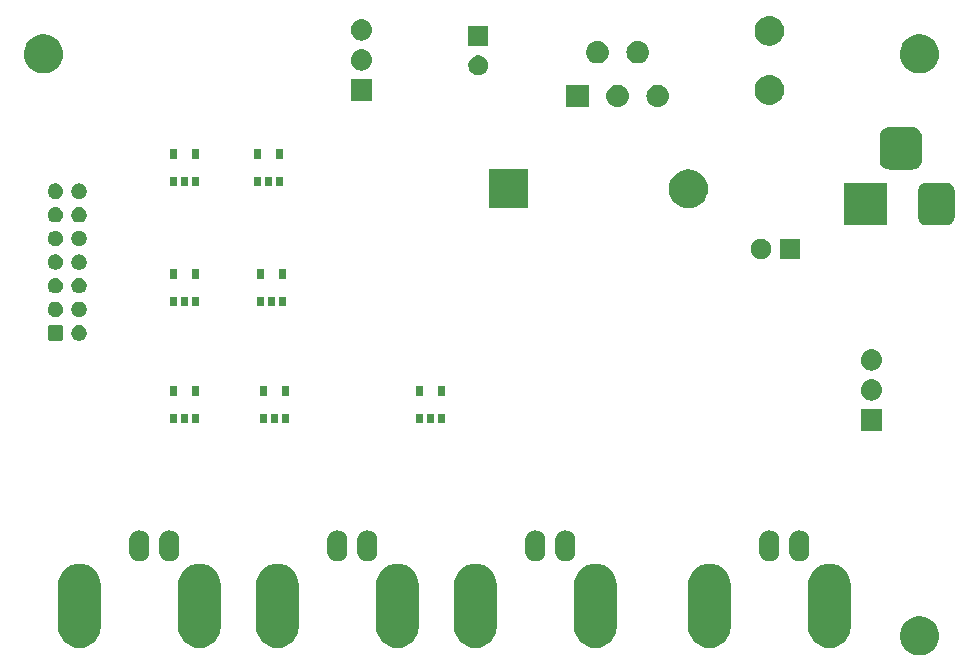
<source format=gbr>
G04 #@! TF.GenerationSoftware,KiCad,Pcbnew,5.0.2-bee76a0~70~ubuntu18.04.1*
G04 #@! TF.CreationDate,2019-01-20T23:04:17+00:00*
G04 #@! TF.ProjectId,Lcr_addon,4c63725f-6164-4646-9f6e-2e6b69636164,rev?*
G04 #@! TF.SameCoordinates,Original*
G04 #@! TF.FileFunction,Soldermask,Top*
G04 #@! TF.FilePolarity,Negative*
%FSLAX46Y46*%
G04 Gerber Fmt 4.6, Leading zero omitted, Abs format (unit mm)*
G04 Created by KiCad (PCBNEW 5.0.2-bee76a0~70~ubuntu18.04.1) date Sun 20 Jan 2019 23:04:17 GMT*
%MOMM*%
%LPD*%
G01*
G04 APERTURE LIST*
%ADD10C,0.100000*%
G04 APERTURE END LIST*
D10*
G36*
X116707256Y-104563298D02*
X116813579Y-104584447D01*
X117114042Y-104708903D01*
X117380852Y-104887180D01*
X117384454Y-104889587D01*
X117614413Y-105119546D01*
X117795098Y-105389960D01*
X117919553Y-105690422D01*
X117983000Y-106009389D01*
X117983000Y-106334611D01*
X117919553Y-106653578D01*
X117795098Y-106954040D01*
X117614413Y-107224454D01*
X117384454Y-107454413D01*
X117384451Y-107454415D01*
X117114042Y-107635097D01*
X116813579Y-107759553D01*
X116707256Y-107780702D01*
X116494611Y-107823000D01*
X116169389Y-107823000D01*
X115956744Y-107780702D01*
X115850421Y-107759553D01*
X115549958Y-107635097D01*
X115279549Y-107454415D01*
X115279546Y-107454413D01*
X115049587Y-107224454D01*
X114868902Y-106954040D01*
X114744447Y-106653578D01*
X114681000Y-106334611D01*
X114681000Y-106009389D01*
X114744447Y-105690422D01*
X114868902Y-105389960D01*
X115049587Y-105119546D01*
X115279546Y-104889587D01*
X115283148Y-104887180D01*
X115549958Y-104708903D01*
X115850421Y-104584447D01*
X115956744Y-104563298D01*
X116169389Y-104521000D01*
X116494611Y-104521000D01*
X116707256Y-104563298D01*
X116707256Y-104563298D01*
G37*
G36*
X45565058Y-100107059D02*
X45791385Y-100175714D01*
X45904549Y-100210042D01*
X46217425Y-100377279D01*
X46491661Y-100602339D01*
X46716721Y-100876575D01*
X46883958Y-101189451D01*
X46883958Y-101189452D01*
X46986941Y-101528942D01*
X47013000Y-101793525D01*
X47013000Y-105470475D01*
X46986941Y-105735058D01*
X46918286Y-105961385D01*
X46883958Y-106074549D01*
X46716721Y-106387425D01*
X46491661Y-106661661D01*
X46217425Y-106886721D01*
X45904548Y-107053958D01*
X45791384Y-107088286D01*
X45565057Y-107156941D01*
X45212000Y-107191714D01*
X44858942Y-107156941D01*
X44632615Y-107088286D01*
X44519451Y-107053958D01*
X44206575Y-106886721D01*
X43932339Y-106661661D01*
X43707279Y-106387425D01*
X43540042Y-106074548D01*
X43505714Y-105961384D01*
X43437059Y-105735057D01*
X43411000Y-105470474D01*
X43411001Y-101793525D01*
X43437060Y-101528942D01*
X43540043Y-101189452D01*
X43540043Y-101189451D01*
X43707280Y-100876575D01*
X43932340Y-100602339D01*
X44206576Y-100377279D01*
X44519452Y-100210042D01*
X44632616Y-100175714D01*
X44858943Y-100107059D01*
X45212000Y-100072286D01*
X45565058Y-100107059D01*
X45565058Y-100107059D01*
G37*
G36*
X98905058Y-100107059D02*
X99131385Y-100175714D01*
X99244549Y-100210042D01*
X99557425Y-100377279D01*
X99831661Y-100602339D01*
X100056721Y-100876575D01*
X100223958Y-101189451D01*
X100223958Y-101189452D01*
X100326941Y-101528942D01*
X100353000Y-101793525D01*
X100353000Y-105470475D01*
X100326941Y-105735058D01*
X100258286Y-105961385D01*
X100223958Y-106074549D01*
X100056721Y-106387425D01*
X99831661Y-106661661D01*
X99557425Y-106886721D01*
X99244548Y-107053958D01*
X99131384Y-107088286D01*
X98905057Y-107156941D01*
X98552000Y-107191714D01*
X98198942Y-107156941D01*
X97972615Y-107088286D01*
X97859451Y-107053958D01*
X97546575Y-106886721D01*
X97272339Y-106661661D01*
X97047279Y-106387425D01*
X96880042Y-106074548D01*
X96845714Y-105961384D01*
X96777059Y-105735057D01*
X96751000Y-105470474D01*
X96751001Y-101793525D01*
X96777060Y-101528942D01*
X96880043Y-101189452D01*
X96880043Y-101189451D01*
X97047280Y-100876575D01*
X97272340Y-100602339D01*
X97546576Y-100377279D01*
X97859452Y-100210042D01*
X97972616Y-100175714D01*
X98198943Y-100107059D01*
X98552000Y-100072286D01*
X98905058Y-100107059D01*
X98905058Y-100107059D01*
G37*
G36*
X109065058Y-100107059D02*
X109291385Y-100175714D01*
X109404549Y-100210042D01*
X109717425Y-100377279D01*
X109991661Y-100602339D01*
X110216721Y-100876575D01*
X110383958Y-101189451D01*
X110383958Y-101189452D01*
X110486941Y-101528942D01*
X110513000Y-101793525D01*
X110513000Y-105470475D01*
X110486941Y-105735058D01*
X110418286Y-105961385D01*
X110383958Y-106074549D01*
X110216721Y-106387425D01*
X109991661Y-106661661D01*
X109717425Y-106886721D01*
X109404548Y-107053958D01*
X109291384Y-107088286D01*
X109065057Y-107156941D01*
X108712000Y-107191714D01*
X108358942Y-107156941D01*
X108132615Y-107088286D01*
X108019451Y-107053958D01*
X107706575Y-106886721D01*
X107432339Y-106661661D01*
X107207279Y-106387425D01*
X107040042Y-106074548D01*
X107005714Y-105961384D01*
X106937059Y-105735057D01*
X106911000Y-105470474D01*
X106911001Y-101793525D01*
X106937060Y-101528942D01*
X107040043Y-101189452D01*
X107040043Y-101189451D01*
X107207280Y-100876575D01*
X107432340Y-100602339D01*
X107706576Y-100377279D01*
X108019452Y-100210042D01*
X108132616Y-100175714D01*
X108358943Y-100107059D01*
X108712000Y-100072286D01*
X109065058Y-100107059D01*
X109065058Y-100107059D01*
G37*
G36*
X62329058Y-100107059D02*
X62555385Y-100175714D01*
X62668549Y-100210042D01*
X62981425Y-100377279D01*
X63255661Y-100602339D01*
X63480721Y-100876575D01*
X63647958Y-101189451D01*
X63647958Y-101189452D01*
X63750941Y-101528942D01*
X63777000Y-101793525D01*
X63777000Y-105470475D01*
X63750941Y-105735058D01*
X63682286Y-105961385D01*
X63647958Y-106074549D01*
X63480721Y-106387425D01*
X63255661Y-106661661D01*
X62981425Y-106886721D01*
X62668548Y-107053958D01*
X62555384Y-107088286D01*
X62329057Y-107156941D01*
X61976000Y-107191714D01*
X61622942Y-107156941D01*
X61396615Y-107088286D01*
X61283451Y-107053958D01*
X60970575Y-106886721D01*
X60696339Y-106661661D01*
X60471279Y-106387425D01*
X60304042Y-106074548D01*
X60269714Y-105961384D01*
X60201059Y-105735057D01*
X60175000Y-105470474D01*
X60175001Y-101793525D01*
X60201060Y-101528942D01*
X60304043Y-101189452D01*
X60304043Y-101189451D01*
X60471280Y-100876575D01*
X60696340Y-100602339D01*
X60970576Y-100377279D01*
X61283452Y-100210042D01*
X61396616Y-100175714D01*
X61622943Y-100107059D01*
X61976000Y-100072286D01*
X62329058Y-100107059D01*
X62329058Y-100107059D01*
G37*
G36*
X89253058Y-100107059D02*
X89479385Y-100175714D01*
X89592549Y-100210042D01*
X89905425Y-100377279D01*
X90179661Y-100602339D01*
X90404721Y-100876575D01*
X90571958Y-101189451D01*
X90571958Y-101189452D01*
X90674941Y-101528942D01*
X90701000Y-101793525D01*
X90701000Y-105470475D01*
X90674941Y-105735058D01*
X90606286Y-105961385D01*
X90571958Y-106074549D01*
X90404721Y-106387425D01*
X90179661Y-106661661D01*
X89905425Y-106886721D01*
X89592548Y-107053958D01*
X89479384Y-107088286D01*
X89253057Y-107156941D01*
X88900000Y-107191714D01*
X88546942Y-107156941D01*
X88320615Y-107088286D01*
X88207451Y-107053958D01*
X87894575Y-106886721D01*
X87620339Y-106661661D01*
X87395279Y-106387425D01*
X87228042Y-106074548D01*
X87193714Y-105961384D01*
X87125059Y-105735057D01*
X87099000Y-105470474D01*
X87099001Y-101793525D01*
X87125060Y-101528942D01*
X87228043Y-101189452D01*
X87228043Y-101189451D01*
X87395280Y-100876575D01*
X87620340Y-100602339D01*
X87894576Y-100377279D01*
X88207452Y-100210042D01*
X88320616Y-100175714D01*
X88546943Y-100107059D01*
X88900000Y-100072286D01*
X89253058Y-100107059D01*
X89253058Y-100107059D01*
G37*
G36*
X79093058Y-100107059D02*
X79319385Y-100175714D01*
X79432549Y-100210042D01*
X79745425Y-100377279D01*
X80019661Y-100602339D01*
X80244721Y-100876575D01*
X80411958Y-101189451D01*
X80411958Y-101189452D01*
X80514941Y-101528942D01*
X80541000Y-101793525D01*
X80541000Y-105470475D01*
X80514941Y-105735058D01*
X80446286Y-105961385D01*
X80411958Y-106074549D01*
X80244721Y-106387425D01*
X80019661Y-106661661D01*
X79745425Y-106886721D01*
X79432548Y-107053958D01*
X79319384Y-107088286D01*
X79093057Y-107156941D01*
X78740000Y-107191714D01*
X78386942Y-107156941D01*
X78160615Y-107088286D01*
X78047451Y-107053958D01*
X77734575Y-106886721D01*
X77460339Y-106661661D01*
X77235279Y-106387425D01*
X77068042Y-106074548D01*
X77033714Y-105961384D01*
X76965059Y-105735057D01*
X76939000Y-105470474D01*
X76939001Y-101793525D01*
X76965060Y-101528942D01*
X77068043Y-101189452D01*
X77068043Y-101189451D01*
X77235280Y-100876575D01*
X77460340Y-100602339D01*
X77734576Y-100377279D01*
X78047452Y-100210042D01*
X78160616Y-100175714D01*
X78386943Y-100107059D01*
X78740000Y-100072286D01*
X79093058Y-100107059D01*
X79093058Y-100107059D01*
G37*
G36*
X55725058Y-100107059D02*
X55951385Y-100175714D01*
X56064549Y-100210042D01*
X56377425Y-100377279D01*
X56651661Y-100602339D01*
X56876721Y-100876575D01*
X57043958Y-101189451D01*
X57043958Y-101189452D01*
X57146941Y-101528942D01*
X57173000Y-101793525D01*
X57173000Y-105470475D01*
X57146941Y-105735058D01*
X57078286Y-105961385D01*
X57043958Y-106074549D01*
X56876721Y-106387425D01*
X56651661Y-106661661D01*
X56377425Y-106886721D01*
X56064548Y-107053958D01*
X55951384Y-107088286D01*
X55725057Y-107156941D01*
X55372000Y-107191714D01*
X55018942Y-107156941D01*
X54792615Y-107088286D01*
X54679451Y-107053958D01*
X54366575Y-106886721D01*
X54092339Y-106661661D01*
X53867279Y-106387425D01*
X53700042Y-106074548D01*
X53665714Y-105961384D01*
X53597059Y-105735057D01*
X53571000Y-105470474D01*
X53571001Y-101793525D01*
X53597060Y-101528942D01*
X53700043Y-101189452D01*
X53700043Y-101189451D01*
X53867280Y-100876575D01*
X54092340Y-100602339D01*
X54366576Y-100377279D01*
X54679452Y-100210042D01*
X54792616Y-100175714D01*
X55018943Y-100107059D01*
X55372000Y-100072286D01*
X55725058Y-100107059D01*
X55725058Y-100107059D01*
G37*
G36*
X72489058Y-100107059D02*
X72715385Y-100175714D01*
X72828549Y-100210042D01*
X73141425Y-100377279D01*
X73415661Y-100602339D01*
X73640721Y-100876575D01*
X73807958Y-101189451D01*
X73807958Y-101189452D01*
X73910941Y-101528942D01*
X73937000Y-101793525D01*
X73937000Y-105470475D01*
X73910941Y-105735058D01*
X73842286Y-105961385D01*
X73807958Y-106074549D01*
X73640721Y-106387425D01*
X73415661Y-106661661D01*
X73141425Y-106886721D01*
X72828548Y-107053958D01*
X72715384Y-107088286D01*
X72489057Y-107156941D01*
X72136000Y-107191714D01*
X71782942Y-107156941D01*
X71556615Y-107088286D01*
X71443451Y-107053958D01*
X71130575Y-106886721D01*
X70856339Y-106661661D01*
X70631279Y-106387425D01*
X70464042Y-106074548D01*
X70429714Y-105961384D01*
X70361059Y-105735057D01*
X70335000Y-105470474D01*
X70335001Y-101793525D01*
X70361060Y-101528942D01*
X70464043Y-101189452D01*
X70464043Y-101189451D01*
X70631280Y-100876575D01*
X70856340Y-100602339D01*
X71130576Y-100377279D01*
X71443452Y-100210042D01*
X71556616Y-100175714D01*
X71782943Y-100107059D01*
X72136000Y-100072286D01*
X72489058Y-100107059D01*
X72489058Y-100107059D01*
G37*
G36*
X69762821Y-97263313D02*
X69762824Y-97263314D01*
X69762825Y-97263314D01*
X69923239Y-97311975D01*
X69923241Y-97311976D01*
X69923244Y-97311977D01*
X70071078Y-97390995D01*
X70200659Y-97497341D01*
X70307005Y-97626922D01*
X70386023Y-97774756D01*
X70434687Y-97935179D01*
X70447000Y-98060197D01*
X70447000Y-99043804D01*
X70434687Y-99168821D01*
X70386023Y-99329244D01*
X70307005Y-99477078D01*
X70200659Y-99606659D01*
X70071078Y-99713005D01*
X69923243Y-99792023D01*
X69923240Y-99792024D01*
X69923238Y-99792025D01*
X69762824Y-99840686D01*
X69762823Y-99840686D01*
X69762820Y-99840687D01*
X69596000Y-99857117D01*
X69429179Y-99840687D01*
X69429176Y-99840686D01*
X69429175Y-99840686D01*
X69268761Y-99792025D01*
X69268759Y-99792024D01*
X69268756Y-99792023D01*
X69120922Y-99713005D01*
X68991341Y-99606659D01*
X68884995Y-99477078D01*
X68805977Y-99329243D01*
X68757315Y-99168825D01*
X68757314Y-99168824D01*
X68757314Y-99168823D01*
X68757313Y-99168820D01*
X68745000Y-99043803D01*
X68745000Y-98060197D01*
X68757314Y-97935179D01*
X68805978Y-97774756D01*
X68884996Y-97626922D01*
X68991342Y-97497341D01*
X69120923Y-97390995D01*
X69268757Y-97311977D01*
X69268760Y-97311976D01*
X69268762Y-97311975D01*
X69429176Y-97263314D01*
X69429177Y-97263314D01*
X69429180Y-97263313D01*
X69596000Y-97246883D01*
X69762821Y-97263313D01*
X69762821Y-97263313D01*
G37*
G36*
X106338821Y-97263313D02*
X106338824Y-97263314D01*
X106338825Y-97263314D01*
X106499239Y-97311975D01*
X106499241Y-97311976D01*
X106499244Y-97311977D01*
X106647078Y-97390995D01*
X106776659Y-97497341D01*
X106883005Y-97626922D01*
X106962023Y-97774756D01*
X107010687Y-97935179D01*
X107023000Y-98060197D01*
X107023000Y-99043804D01*
X107010687Y-99168821D01*
X106962023Y-99329244D01*
X106883005Y-99477078D01*
X106776659Y-99606659D01*
X106647078Y-99713005D01*
X106499243Y-99792023D01*
X106499240Y-99792024D01*
X106499238Y-99792025D01*
X106338824Y-99840686D01*
X106338823Y-99840686D01*
X106338820Y-99840687D01*
X106172000Y-99857117D01*
X106005179Y-99840687D01*
X106005176Y-99840686D01*
X106005175Y-99840686D01*
X105844761Y-99792025D01*
X105844759Y-99792024D01*
X105844756Y-99792023D01*
X105696922Y-99713005D01*
X105567341Y-99606659D01*
X105460995Y-99477078D01*
X105381977Y-99329243D01*
X105333315Y-99168825D01*
X105333314Y-99168824D01*
X105333314Y-99168823D01*
X105333313Y-99168820D01*
X105321000Y-99043803D01*
X105321000Y-98060197D01*
X105333314Y-97935179D01*
X105381978Y-97774756D01*
X105460996Y-97626922D01*
X105567342Y-97497341D01*
X105696923Y-97390995D01*
X105844757Y-97311977D01*
X105844760Y-97311976D01*
X105844762Y-97311975D01*
X106005176Y-97263314D01*
X106005177Y-97263314D01*
X106005180Y-97263313D01*
X106172000Y-97246883D01*
X106338821Y-97263313D01*
X106338821Y-97263313D01*
G37*
G36*
X103798821Y-97263313D02*
X103798824Y-97263314D01*
X103798825Y-97263314D01*
X103959239Y-97311975D01*
X103959241Y-97311976D01*
X103959244Y-97311977D01*
X104107078Y-97390995D01*
X104236659Y-97497341D01*
X104343005Y-97626922D01*
X104422023Y-97774756D01*
X104470687Y-97935179D01*
X104483000Y-98060197D01*
X104483000Y-99043804D01*
X104470687Y-99168821D01*
X104422023Y-99329244D01*
X104343005Y-99477078D01*
X104236659Y-99606659D01*
X104107078Y-99713005D01*
X103959243Y-99792023D01*
X103959240Y-99792024D01*
X103959238Y-99792025D01*
X103798824Y-99840686D01*
X103798823Y-99840686D01*
X103798820Y-99840687D01*
X103632000Y-99857117D01*
X103465179Y-99840687D01*
X103465176Y-99840686D01*
X103465175Y-99840686D01*
X103304761Y-99792025D01*
X103304759Y-99792024D01*
X103304756Y-99792023D01*
X103156922Y-99713005D01*
X103027341Y-99606659D01*
X102920995Y-99477078D01*
X102841977Y-99329243D01*
X102793315Y-99168825D01*
X102793314Y-99168824D01*
X102793314Y-99168823D01*
X102793313Y-99168820D01*
X102781000Y-99043803D01*
X102781000Y-98060197D01*
X102793314Y-97935179D01*
X102841978Y-97774756D01*
X102920996Y-97626922D01*
X103027342Y-97497341D01*
X103156923Y-97390995D01*
X103304757Y-97311977D01*
X103304760Y-97311976D01*
X103304762Y-97311975D01*
X103465176Y-97263314D01*
X103465177Y-97263314D01*
X103465180Y-97263313D01*
X103632000Y-97246883D01*
X103798821Y-97263313D01*
X103798821Y-97263313D01*
G37*
G36*
X67222821Y-97263313D02*
X67222824Y-97263314D01*
X67222825Y-97263314D01*
X67383239Y-97311975D01*
X67383241Y-97311976D01*
X67383244Y-97311977D01*
X67531078Y-97390995D01*
X67660659Y-97497341D01*
X67767005Y-97626922D01*
X67846023Y-97774756D01*
X67894687Y-97935179D01*
X67907000Y-98060197D01*
X67907000Y-99043804D01*
X67894687Y-99168821D01*
X67846023Y-99329244D01*
X67767005Y-99477078D01*
X67660659Y-99606659D01*
X67531078Y-99713005D01*
X67383243Y-99792023D01*
X67383240Y-99792024D01*
X67383238Y-99792025D01*
X67222824Y-99840686D01*
X67222823Y-99840686D01*
X67222820Y-99840687D01*
X67056000Y-99857117D01*
X66889179Y-99840687D01*
X66889176Y-99840686D01*
X66889175Y-99840686D01*
X66728761Y-99792025D01*
X66728759Y-99792024D01*
X66728756Y-99792023D01*
X66580922Y-99713005D01*
X66451341Y-99606659D01*
X66344995Y-99477078D01*
X66265977Y-99329243D01*
X66217315Y-99168825D01*
X66217314Y-99168824D01*
X66217314Y-99168823D01*
X66217313Y-99168820D01*
X66205000Y-99043803D01*
X66205000Y-98060197D01*
X66217314Y-97935179D01*
X66265978Y-97774756D01*
X66344996Y-97626922D01*
X66451342Y-97497341D01*
X66580923Y-97390995D01*
X66728757Y-97311977D01*
X66728760Y-97311976D01*
X66728762Y-97311975D01*
X66889176Y-97263314D01*
X66889177Y-97263314D01*
X66889180Y-97263313D01*
X67056000Y-97246883D01*
X67222821Y-97263313D01*
X67222821Y-97263313D01*
G37*
G36*
X52998821Y-97263313D02*
X52998824Y-97263314D01*
X52998825Y-97263314D01*
X53159239Y-97311975D01*
X53159241Y-97311976D01*
X53159244Y-97311977D01*
X53307078Y-97390995D01*
X53436659Y-97497341D01*
X53543005Y-97626922D01*
X53622023Y-97774756D01*
X53670687Y-97935179D01*
X53683000Y-98060197D01*
X53683000Y-99043804D01*
X53670687Y-99168821D01*
X53622023Y-99329244D01*
X53543005Y-99477078D01*
X53436659Y-99606659D01*
X53307078Y-99713005D01*
X53159243Y-99792023D01*
X53159240Y-99792024D01*
X53159238Y-99792025D01*
X52998824Y-99840686D01*
X52998823Y-99840686D01*
X52998820Y-99840687D01*
X52832000Y-99857117D01*
X52665179Y-99840687D01*
X52665176Y-99840686D01*
X52665175Y-99840686D01*
X52504761Y-99792025D01*
X52504759Y-99792024D01*
X52504756Y-99792023D01*
X52356922Y-99713005D01*
X52227341Y-99606659D01*
X52120995Y-99477078D01*
X52041977Y-99329243D01*
X51993315Y-99168825D01*
X51993314Y-99168824D01*
X51993314Y-99168823D01*
X51993313Y-99168820D01*
X51981000Y-99043803D01*
X51981000Y-98060197D01*
X51993314Y-97935179D01*
X52041978Y-97774756D01*
X52120996Y-97626922D01*
X52227342Y-97497341D01*
X52356923Y-97390995D01*
X52504757Y-97311977D01*
X52504760Y-97311976D01*
X52504762Y-97311975D01*
X52665176Y-97263314D01*
X52665177Y-97263314D01*
X52665180Y-97263313D01*
X52832000Y-97246883D01*
X52998821Y-97263313D01*
X52998821Y-97263313D01*
G37*
G36*
X50458821Y-97263313D02*
X50458824Y-97263314D01*
X50458825Y-97263314D01*
X50619239Y-97311975D01*
X50619241Y-97311976D01*
X50619244Y-97311977D01*
X50767078Y-97390995D01*
X50896659Y-97497341D01*
X51003005Y-97626922D01*
X51082023Y-97774756D01*
X51130687Y-97935179D01*
X51143000Y-98060197D01*
X51143000Y-99043804D01*
X51130687Y-99168821D01*
X51082023Y-99329244D01*
X51003005Y-99477078D01*
X50896659Y-99606659D01*
X50767078Y-99713005D01*
X50619243Y-99792023D01*
X50619240Y-99792024D01*
X50619238Y-99792025D01*
X50458824Y-99840686D01*
X50458823Y-99840686D01*
X50458820Y-99840687D01*
X50292000Y-99857117D01*
X50125179Y-99840687D01*
X50125176Y-99840686D01*
X50125175Y-99840686D01*
X49964761Y-99792025D01*
X49964759Y-99792024D01*
X49964756Y-99792023D01*
X49816922Y-99713005D01*
X49687341Y-99606659D01*
X49580995Y-99477078D01*
X49501977Y-99329243D01*
X49453315Y-99168825D01*
X49453314Y-99168824D01*
X49453314Y-99168823D01*
X49453313Y-99168820D01*
X49441000Y-99043803D01*
X49441000Y-98060197D01*
X49453314Y-97935179D01*
X49501978Y-97774756D01*
X49580996Y-97626922D01*
X49687342Y-97497341D01*
X49816923Y-97390995D01*
X49964757Y-97311977D01*
X49964760Y-97311976D01*
X49964762Y-97311975D01*
X50125176Y-97263314D01*
X50125177Y-97263314D01*
X50125180Y-97263313D01*
X50292000Y-97246883D01*
X50458821Y-97263313D01*
X50458821Y-97263313D01*
G37*
G36*
X83986821Y-97263313D02*
X83986824Y-97263314D01*
X83986825Y-97263314D01*
X84147239Y-97311975D01*
X84147241Y-97311976D01*
X84147244Y-97311977D01*
X84295078Y-97390995D01*
X84424659Y-97497341D01*
X84531005Y-97626922D01*
X84610023Y-97774756D01*
X84658687Y-97935179D01*
X84671000Y-98060197D01*
X84671000Y-99043804D01*
X84658687Y-99168821D01*
X84610023Y-99329244D01*
X84531005Y-99477078D01*
X84424659Y-99606659D01*
X84295078Y-99713005D01*
X84147243Y-99792023D01*
X84147240Y-99792024D01*
X84147238Y-99792025D01*
X83986824Y-99840686D01*
X83986823Y-99840686D01*
X83986820Y-99840687D01*
X83820000Y-99857117D01*
X83653179Y-99840687D01*
X83653176Y-99840686D01*
X83653175Y-99840686D01*
X83492761Y-99792025D01*
X83492759Y-99792024D01*
X83492756Y-99792023D01*
X83344922Y-99713005D01*
X83215341Y-99606659D01*
X83108995Y-99477078D01*
X83029977Y-99329243D01*
X82981315Y-99168825D01*
X82981314Y-99168824D01*
X82981314Y-99168823D01*
X82981313Y-99168820D01*
X82969000Y-99043803D01*
X82969000Y-98060197D01*
X82981314Y-97935179D01*
X83029978Y-97774756D01*
X83108996Y-97626922D01*
X83215342Y-97497341D01*
X83344923Y-97390995D01*
X83492757Y-97311977D01*
X83492760Y-97311976D01*
X83492762Y-97311975D01*
X83653176Y-97263314D01*
X83653177Y-97263314D01*
X83653180Y-97263313D01*
X83820000Y-97246883D01*
X83986821Y-97263313D01*
X83986821Y-97263313D01*
G37*
G36*
X86526821Y-97263313D02*
X86526824Y-97263314D01*
X86526825Y-97263314D01*
X86687239Y-97311975D01*
X86687241Y-97311976D01*
X86687244Y-97311977D01*
X86835078Y-97390995D01*
X86964659Y-97497341D01*
X87071005Y-97626922D01*
X87150023Y-97774756D01*
X87198687Y-97935179D01*
X87211000Y-98060197D01*
X87211000Y-99043804D01*
X87198687Y-99168821D01*
X87150023Y-99329244D01*
X87071005Y-99477078D01*
X86964659Y-99606659D01*
X86835078Y-99713005D01*
X86687243Y-99792023D01*
X86687240Y-99792024D01*
X86687238Y-99792025D01*
X86526824Y-99840686D01*
X86526823Y-99840686D01*
X86526820Y-99840687D01*
X86360000Y-99857117D01*
X86193179Y-99840687D01*
X86193176Y-99840686D01*
X86193175Y-99840686D01*
X86032761Y-99792025D01*
X86032759Y-99792024D01*
X86032756Y-99792023D01*
X85884922Y-99713005D01*
X85755341Y-99606659D01*
X85648995Y-99477078D01*
X85569977Y-99329243D01*
X85521315Y-99168825D01*
X85521314Y-99168824D01*
X85521314Y-99168823D01*
X85521313Y-99168820D01*
X85509000Y-99043803D01*
X85509000Y-98060197D01*
X85521314Y-97935179D01*
X85569978Y-97774756D01*
X85648996Y-97626922D01*
X85755342Y-97497341D01*
X85884923Y-97390995D01*
X86032757Y-97311977D01*
X86032760Y-97311976D01*
X86032762Y-97311975D01*
X86193176Y-97263314D01*
X86193177Y-97263314D01*
X86193180Y-97263313D01*
X86360000Y-97246883D01*
X86526821Y-97263313D01*
X86526821Y-97263313D01*
G37*
G36*
X113169000Y-88785000D02*
X111367000Y-88785000D01*
X111367000Y-86983000D01*
X113169000Y-86983000D01*
X113169000Y-88785000D01*
X113169000Y-88785000D01*
G37*
G36*
X61078000Y-88175000D02*
X60466000Y-88175000D01*
X60466000Y-87373000D01*
X61078000Y-87373000D01*
X61078000Y-88175000D01*
X61078000Y-88175000D01*
G37*
G36*
X55358000Y-88175000D02*
X54746000Y-88175000D01*
X54746000Y-87373000D01*
X55358000Y-87373000D01*
X55358000Y-88175000D01*
X55358000Y-88175000D01*
G37*
G36*
X62028000Y-88175000D02*
X61416000Y-88175000D01*
X61416000Y-87373000D01*
X62028000Y-87373000D01*
X62028000Y-88175000D01*
X62028000Y-88175000D01*
G37*
G36*
X62978000Y-88175000D02*
X62366000Y-88175000D01*
X62366000Y-87373000D01*
X62978000Y-87373000D01*
X62978000Y-88175000D01*
X62978000Y-88175000D01*
G37*
G36*
X75236000Y-88175000D02*
X74624000Y-88175000D01*
X74624000Y-87373000D01*
X75236000Y-87373000D01*
X75236000Y-88175000D01*
X75236000Y-88175000D01*
G37*
G36*
X76186000Y-88175000D02*
X75574000Y-88175000D01*
X75574000Y-87373000D01*
X76186000Y-87373000D01*
X76186000Y-88175000D01*
X76186000Y-88175000D01*
G37*
G36*
X54408000Y-88175000D02*
X53796000Y-88175000D01*
X53796000Y-87373000D01*
X54408000Y-87373000D01*
X54408000Y-88175000D01*
X54408000Y-88175000D01*
G37*
G36*
X53458000Y-88175000D02*
X52846000Y-88175000D01*
X52846000Y-87373000D01*
X53458000Y-87373000D01*
X53458000Y-88175000D01*
X53458000Y-88175000D01*
G37*
G36*
X74286000Y-88175000D02*
X73674000Y-88175000D01*
X73674000Y-87373000D01*
X74286000Y-87373000D01*
X74286000Y-88175000D01*
X74286000Y-88175000D01*
G37*
G36*
X112378442Y-84449518D02*
X112444627Y-84456037D01*
X112557853Y-84490384D01*
X112614467Y-84507557D01*
X112753087Y-84581652D01*
X112770991Y-84591222D01*
X112806729Y-84620552D01*
X112908186Y-84703814D01*
X112991448Y-84805271D01*
X113020778Y-84841009D01*
X113020779Y-84841011D01*
X113104443Y-84997533D01*
X113104443Y-84997534D01*
X113155963Y-85167373D01*
X113173359Y-85344000D01*
X113155963Y-85520627D01*
X113121616Y-85633853D01*
X113104443Y-85690467D01*
X113030348Y-85829087D01*
X113020778Y-85846991D01*
X113014205Y-85855000D01*
X112908186Y-85984186D01*
X112806729Y-86067448D01*
X112770991Y-86096778D01*
X112770989Y-86096779D01*
X112614467Y-86180443D01*
X112557853Y-86197616D01*
X112444627Y-86231963D01*
X112378442Y-86238482D01*
X112312260Y-86245000D01*
X112223740Y-86245000D01*
X112157558Y-86238482D01*
X112091373Y-86231963D01*
X111978147Y-86197616D01*
X111921533Y-86180443D01*
X111765011Y-86096779D01*
X111765009Y-86096778D01*
X111729271Y-86067448D01*
X111627814Y-85984186D01*
X111521795Y-85855000D01*
X111515222Y-85846991D01*
X111505652Y-85829087D01*
X111431557Y-85690467D01*
X111414384Y-85633853D01*
X111380037Y-85520627D01*
X111362641Y-85344000D01*
X111380037Y-85167373D01*
X111431557Y-84997534D01*
X111431557Y-84997533D01*
X111515221Y-84841011D01*
X111515222Y-84841009D01*
X111544552Y-84805271D01*
X111627814Y-84703814D01*
X111729271Y-84620552D01*
X111765009Y-84591222D01*
X111782913Y-84581652D01*
X111921533Y-84507557D01*
X111978147Y-84490384D01*
X112091373Y-84456037D01*
X112157558Y-84449518D01*
X112223740Y-84443000D01*
X112312260Y-84443000D01*
X112378442Y-84449518D01*
X112378442Y-84449518D01*
G37*
G36*
X62978000Y-85855000D02*
X62366000Y-85855000D01*
X62366000Y-85053000D01*
X62978000Y-85053000D01*
X62978000Y-85855000D01*
X62978000Y-85855000D01*
G37*
G36*
X61078000Y-85855000D02*
X60466000Y-85855000D01*
X60466000Y-85053000D01*
X61078000Y-85053000D01*
X61078000Y-85855000D01*
X61078000Y-85855000D01*
G37*
G36*
X53458000Y-85855000D02*
X52846000Y-85855000D01*
X52846000Y-85053000D01*
X53458000Y-85053000D01*
X53458000Y-85855000D01*
X53458000Y-85855000D01*
G37*
G36*
X55358000Y-85855000D02*
X54746000Y-85855000D01*
X54746000Y-85053000D01*
X55358000Y-85053000D01*
X55358000Y-85855000D01*
X55358000Y-85855000D01*
G37*
G36*
X76186000Y-85855000D02*
X75574000Y-85855000D01*
X75574000Y-85053000D01*
X76186000Y-85053000D01*
X76186000Y-85855000D01*
X76186000Y-85855000D01*
G37*
G36*
X74286000Y-85855000D02*
X73674000Y-85855000D01*
X73674000Y-85053000D01*
X74286000Y-85053000D01*
X74286000Y-85855000D01*
X74286000Y-85855000D01*
G37*
G36*
X112378442Y-81909518D02*
X112444627Y-81916037D01*
X112557853Y-81950384D01*
X112614467Y-81967557D01*
X112753087Y-82041652D01*
X112770991Y-82051222D01*
X112806729Y-82080552D01*
X112908186Y-82163814D01*
X112991448Y-82265271D01*
X113020778Y-82301009D01*
X113020779Y-82301011D01*
X113104443Y-82457533D01*
X113104443Y-82457534D01*
X113155963Y-82627373D01*
X113173359Y-82804000D01*
X113155963Y-82980627D01*
X113121616Y-83093853D01*
X113104443Y-83150467D01*
X113030348Y-83289087D01*
X113020778Y-83306991D01*
X112991448Y-83342729D01*
X112908186Y-83444186D01*
X112806729Y-83527448D01*
X112770991Y-83556778D01*
X112770989Y-83556779D01*
X112614467Y-83640443D01*
X112557853Y-83657616D01*
X112444627Y-83691963D01*
X112378442Y-83698482D01*
X112312260Y-83705000D01*
X112223740Y-83705000D01*
X112157558Y-83698482D01*
X112091373Y-83691963D01*
X111978147Y-83657616D01*
X111921533Y-83640443D01*
X111765011Y-83556779D01*
X111765009Y-83556778D01*
X111729271Y-83527448D01*
X111627814Y-83444186D01*
X111544552Y-83342729D01*
X111515222Y-83306991D01*
X111505652Y-83289087D01*
X111431557Y-83150467D01*
X111414384Y-83093853D01*
X111380037Y-82980627D01*
X111362641Y-82804000D01*
X111380037Y-82627373D01*
X111431557Y-82457534D01*
X111431557Y-82457533D01*
X111515221Y-82301011D01*
X111515222Y-82301009D01*
X111544552Y-82265271D01*
X111627814Y-82163814D01*
X111729271Y-82080552D01*
X111765009Y-82051222D01*
X111782913Y-82041652D01*
X111921533Y-81967557D01*
X111978147Y-81950384D01*
X112091373Y-81916037D01*
X112157558Y-81909518D01*
X112223740Y-81903000D01*
X112312260Y-81903000D01*
X112378442Y-81909518D01*
X112378442Y-81909518D01*
G37*
G36*
X45369890Y-79892017D02*
X45488361Y-79941089D01*
X45594992Y-80012338D01*
X45685662Y-80103008D01*
X45685664Y-80103011D01*
X45685665Y-80103012D01*
X45756909Y-80209636D01*
X45756911Y-80209639D01*
X45805983Y-80328110D01*
X45831000Y-80453881D01*
X45831000Y-80582119D01*
X45805983Y-80707890D01*
X45756911Y-80826361D01*
X45756909Y-80826364D01*
X45709210Y-80897751D01*
X45685662Y-80932992D01*
X45594992Y-81023662D01*
X45488361Y-81094911D01*
X45369890Y-81143983D01*
X45244119Y-81169000D01*
X45115881Y-81169000D01*
X44990110Y-81143983D01*
X44871639Y-81094911D01*
X44765008Y-81023662D01*
X44674338Y-80932992D01*
X44650791Y-80897751D01*
X44603091Y-80826364D01*
X44603089Y-80826361D01*
X44554017Y-80707890D01*
X44529000Y-80582119D01*
X44529000Y-80453881D01*
X44554017Y-80328110D01*
X44603089Y-80209639D01*
X44603091Y-80209636D01*
X44674335Y-80103012D01*
X44674336Y-80103011D01*
X44674338Y-80103008D01*
X44765008Y-80012338D01*
X44871639Y-79941089D01*
X44990110Y-79892017D01*
X45115881Y-79867000D01*
X45244119Y-79867000D01*
X45369890Y-79892017D01*
X45369890Y-79892017D01*
G37*
G36*
X43671242Y-79871404D02*
X43708339Y-79882657D01*
X43742520Y-79900927D01*
X43772482Y-79925518D01*
X43797073Y-79955480D01*
X43815343Y-79989661D01*
X43826596Y-80026758D01*
X43831000Y-80071473D01*
X43831000Y-80964527D01*
X43826596Y-81009242D01*
X43815343Y-81046339D01*
X43797073Y-81080520D01*
X43772482Y-81110482D01*
X43742520Y-81135073D01*
X43708339Y-81153343D01*
X43671242Y-81164596D01*
X43626527Y-81169000D01*
X42733473Y-81169000D01*
X42688758Y-81164596D01*
X42651661Y-81153343D01*
X42617480Y-81135073D01*
X42587518Y-81110482D01*
X42562927Y-81080520D01*
X42544657Y-81046339D01*
X42533404Y-81009242D01*
X42529000Y-80964527D01*
X42529000Y-80071473D01*
X42533404Y-80026758D01*
X42544657Y-79989661D01*
X42562927Y-79955480D01*
X42587518Y-79925518D01*
X42617480Y-79900927D01*
X42651661Y-79882657D01*
X42688758Y-79871404D01*
X42733473Y-79867000D01*
X43626527Y-79867000D01*
X43671242Y-79871404D01*
X43671242Y-79871404D01*
G37*
G36*
X43369890Y-77892017D02*
X43488361Y-77941089D01*
X43594992Y-78012338D01*
X43685662Y-78103008D01*
X43756911Y-78209639D01*
X43805983Y-78328110D01*
X43831000Y-78453881D01*
X43831000Y-78582119D01*
X43805983Y-78707890D01*
X43756911Y-78826361D01*
X43685662Y-78932992D01*
X43594992Y-79023662D01*
X43488361Y-79094911D01*
X43369890Y-79143983D01*
X43244119Y-79169000D01*
X43115881Y-79169000D01*
X42990110Y-79143983D01*
X42871639Y-79094911D01*
X42765008Y-79023662D01*
X42674338Y-78932992D01*
X42603089Y-78826361D01*
X42554017Y-78707890D01*
X42529000Y-78582119D01*
X42529000Y-78453881D01*
X42554017Y-78328110D01*
X42603089Y-78209639D01*
X42674338Y-78103008D01*
X42765008Y-78012338D01*
X42871639Y-77941089D01*
X42990110Y-77892017D01*
X43115881Y-77867000D01*
X43244119Y-77867000D01*
X43369890Y-77892017D01*
X43369890Y-77892017D01*
G37*
G36*
X45369890Y-77892017D02*
X45488361Y-77941089D01*
X45594992Y-78012338D01*
X45685662Y-78103008D01*
X45756911Y-78209639D01*
X45805983Y-78328110D01*
X45831000Y-78453881D01*
X45831000Y-78582119D01*
X45805983Y-78707890D01*
X45756911Y-78826361D01*
X45685662Y-78932992D01*
X45594992Y-79023662D01*
X45488361Y-79094911D01*
X45369890Y-79143983D01*
X45244119Y-79169000D01*
X45115881Y-79169000D01*
X44990110Y-79143983D01*
X44871639Y-79094911D01*
X44765008Y-79023662D01*
X44674338Y-78932992D01*
X44603089Y-78826361D01*
X44554017Y-78707890D01*
X44529000Y-78582119D01*
X44529000Y-78453881D01*
X44554017Y-78328110D01*
X44603089Y-78209639D01*
X44674338Y-78103008D01*
X44765008Y-78012338D01*
X44871639Y-77941089D01*
X44990110Y-77892017D01*
X45115881Y-77867000D01*
X45244119Y-77867000D01*
X45369890Y-77892017D01*
X45369890Y-77892017D01*
G37*
G36*
X62724000Y-78269000D02*
X62112000Y-78269000D01*
X62112000Y-77467000D01*
X62724000Y-77467000D01*
X62724000Y-78269000D01*
X62724000Y-78269000D01*
G37*
G36*
X61774000Y-78269000D02*
X61162000Y-78269000D01*
X61162000Y-77467000D01*
X61774000Y-77467000D01*
X61774000Y-78269000D01*
X61774000Y-78269000D01*
G37*
G36*
X53458000Y-78269000D02*
X52846000Y-78269000D01*
X52846000Y-77467000D01*
X53458000Y-77467000D01*
X53458000Y-78269000D01*
X53458000Y-78269000D01*
G37*
G36*
X54408000Y-78269000D02*
X53796000Y-78269000D01*
X53796000Y-77467000D01*
X54408000Y-77467000D01*
X54408000Y-78269000D01*
X54408000Y-78269000D01*
G37*
G36*
X60824000Y-78269000D02*
X60212000Y-78269000D01*
X60212000Y-77467000D01*
X60824000Y-77467000D01*
X60824000Y-78269000D01*
X60824000Y-78269000D01*
G37*
G36*
X55358000Y-78269000D02*
X54746000Y-78269000D01*
X54746000Y-77467000D01*
X55358000Y-77467000D01*
X55358000Y-78269000D01*
X55358000Y-78269000D01*
G37*
G36*
X45369890Y-75892017D02*
X45488361Y-75941089D01*
X45594992Y-76012338D01*
X45685662Y-76103008D01*
X45756911Y-76209639D01*
X45805983Y-76328110D01*
X45831000Y-76453881D01*
X45831000Y-76582119D01*
X45805983Y-76707890D01*
X45756911Y-76826361D01*
X45685662Y-76932992D01*
X45594992Y-77023662D01*
X45488361Y-77094911D01*
X45369890Y-77143983D01*
X45244119Y-77169000D01*
X45115881Y-77169000D01*
X44990110Y-77143983D01*
X44871639Y-77094911D01*
X44765008Y-77023662D01*
X44674338Y-76932992D01*
X44603089Y-76826361D01*
X44554017Y-76707890D01*
X44529000Y-76582119D01*
X44529000Y-76453881D01*
X44554017Y-76328110D01*
X44603089Y-76209639D01*
X44674338Y-76103008D01*
X44765008Y-76012338D01*
X44871639Y-75941089D01*
X44990110Y-75892017D01*
X45115881Y-75867000D01*
X45244119Y-75867000D01*
X45369890Y-75892017D01*
X45369890Y-75892017D01*
G37*
G36*
X43369890Y-75892017D02*
X43488361Y-75941089D01*
X43594992Y-76012338D01*
X43685662Y-76103008D01*
X43756911Y-76209639D01*
X43805983Y-76328110D01*
X43831000Y-76453881D01*
X43831000Y-76582119D01*
X43805983Y-76707890D01*
X43756911Y-76826361D01*
X43685662Y-76932992D01*
X43594992Y-77023662D01*
X43488361Y-77094911D01*
X43369890Y-77143983D01*
X43244119Y-77169000D01*
X43115881Y-77169000D01*
X42990110Y-77143983D01*
X42871639Y-77094911D01*
X42765008Y-77023662D01*
X42674338Y-76932992D01*
X42603089Y-76826361D01*
X42554017Y-76707890D01*
X42529000Y-76582119D01*
X42529000Y-76453881D01*
X42554017Y-76328110D01*
X42603089Y-76209639D01*
X42674338Y-76103008D01*
X42765008Y-76012338D01*
X42871639Y-75941089D01*
X42990110Y-75892017D01*
X43115881Y-75867000D01*
X43244119Y-75867000D01*
X43369890Y-75892017D01*
X43369890Y-75892017D01*
G37*
G36*
X55358000Y-75949000D02*
X54746000Y-75949000D01*
X54746000Y-75147000D01*
X55358000Y-75147000D01*
X55358000Y-75949000D01*
X55358000Y-75949000D01*
G37*
G36*
X62724000Y-75949000D02*
X62112000Y-75949000D01*
X62112000Y-75147000D01*
X62724000Y-75147000D01*
X62724000Y-75949000D01*
X62724000Y-75949000D01*
G37*
G36*
X53458000Y-75949000D02*
X52846000Y-75949000D01*
X52846000Y-75147000D01*
X53458000Y-75147000D01*
X53458000Y-75949000D01*
X53458000Y-75949000D01*
G37*
G36*
X60824000Y-75949000D02*
X60212000Y-75949000D01*
X60212000Y-75147000D01*
X60824000Y-75147000D01*
X60824000Y-75949000D01*
X60824000Y-75949000D01*
G37*
G36*
X43369890Y-73892017D02*
X43488361Y-73941089D01*
X43594992Y-74012338D01*
X43685662Y-74103008D01*
X43756911Y-74209639D01*
X43805983Y-74328110D01*
X43831000Y-74453881D01*
X43831000Y-74582119D01*
X43805983Y-74707890D01*
X43756911Y-74826361D01*
X43685662Y-74932992D01*
X43594992Y-75023662D01*
X43488361Y-75094911D01*
X43369890Y-75143983D01*
X43244119Y-75169000D01*
X43115881Y-75169000D01*
X42990110Y-75143983D01*
X42871639Y-75094911D01*
X42765008Y-75023662D01*
X42674338Y-74932992D01*
X42603089Y-74826361D01*
X42554017Y-74707890D01*
X42529000Y-74582119D01*
X42529000Y-74453881D01*
X42554017Y-74328110D01*
X42603089Y-74209639D01*
X42674338Y-74103008D01*
X42765008Y-74012338D01*
X42871639Y-73941089D01*
X42990110Y-73892017D01*
X43115881Y-73867000D01*
X43244119Y-73867000D01*
X43369890Y-73892017D01*
X43369890Y-73892017D01*
G37*
G36*
X45369890Y-73892017D02*
X45488361Y-73941089D01*
X45594992Y-74012338D01*
X45685662Y-74103008D01*
X45756911Y-74209639D01*
X45805983Y-74328110D01*
X45831000Y-74453881D01*
X45831000Y-74582119D01*
X45805983Y-74707890D01*
X45756911Y-74826361D01*
X45685662Y-74932992D01*
X45594992Y-75023662D01*
X45488361Y-75094911D01*
X45369890Y-75143983D01*
X45244119Y-75169000D01*
X45115881Y-75169000D01*
X44990110Y-75143983D01*
X44871639Y-75094911D01*
X44765008Y-75023662D01*
X44674338Y-74932992D01*
X44603089Y-74826361D01*
X44554017Y-74707890D01*
X44529000Y-74582119D01*
X44529000Y-74453881D01*
X44554017Y-74328110D01*
X44603089Y-74209639D01*
X44674338Y-74103008D01*
X44765008Y-74012338D01*
X44871639Y-73941089D01*
X44990110Y-73892017D01*
X45115881Y-73867000D01*
X45244119Y-73867000D01*
X45369890Y-73892017D01*
X45369890Y-73892017D01*
G37*
G36*
X106261000Y-74257000D02*
X104559000Y-74257000D01*
X104559000Y-72555000D01*
X106261000Y-72555000D01*
X106261000Y-74257000D01*
X106261000Y-74257000D01*
G37*
G36*
X103158228Y-72587703D02*
X103313100Y-72651853D01*
X103452481Y-72744985D01*
X103571015Y-72863519D01*
X103664147Y-73002900D01*
X103728297Y-73157772D01*
X103761000Y-73322184D01*
X103761000Y-73489816D01*
X103728297Y-73654228D01*
X103664147Y-73809100D01*
X103571015Y-73948481D01*
X103452481Y-74067015D01*
X103313100Y-74160147D01*
X103158228Y-74224297D01*
X102993816Y-74257000D01*
X102826184Y-74257000D01*
X102661772Y-74224297D01*
X102506900Y-74160147D01*
X102367519Y-74067015D01*
X102248985Y-73948481D01*
X102155853Y-73809100D01*
X102091703Y-73654228D01*
X102059000Y-73489816D01*
X102059000Y-73322184D01*
X102091703Y-73157772D01*
X102155853Y-73002900D01*
X102248985Y-72863519D01*
X102367519Y-72744985D01*
X102506900Y-72651853D01*
X102661772Y-72587703D01*
X102826184Y-72555000D01*
X102993816Y-72555000D01*
X103158228Y-72587703D01*
X103158228Y-72587703D01*
G37*
G36*
X43369890Y-71892017D02*
X43488361Y-71941089D01*
X43594992Y-72012338D01*
X43685662Y-72103008D01*
X43756911Y-72209639D01*
X43805983Y-72328110D01*
X43831000Y-72453881D01*
X43831000Y-72582119D01*
X43805983Y-72707890D01*
X43756911Y-72826361D01*
X43685662Y-72932992D01*
X43594992Y-73023662D01*
X43488361Y-73094911D01*
X43369890Y-73143983D01*
X43244119Y-73169000D01*
X43115881Y-73169000D01*
X42990110Y-73143983D01*
X42871639Y-73094911D01*
X42765008Y-73023662D01*
X42674338Y-72932992D01*
X42603089Y-72826361D01*
X42554017Y-72707890D01*
X42529000Y-72582119D01*
X42529000Y-72453881D01*
X42554017Y-72328110D01*
X42603089Y-72209639D01*
X42674338Y-72103008D01*
X42765008Y-72012338D01*
X42871639Y-71941089D01*
X42990110Y-71892017D01*
X43115881Y-71867000D01*
X43244119Y-71867000D01*
X43369890Y-71892017D01*
X43369890Y-71892017D01*
G37*
G36*
X45369890Y-71892017D02*
X45488361Y-71941089D01*
X45594992Y-72012338D01*
X45685662Y-72103008D01*
X45756911Y-72209639D01*
X45805983Y-72328110D01*
X45831000Y-72453881D01*
X45831000Y-72582119D01*
X45805983Y-72707890D01*
X45756911Y-72826361D01*
X45685662Y-72932992D01*
X45594992Y-73023662D01*
X45488361Y-73094911D01*
X45369890Y-73143983D01*
X45244119Y-73169000D01*
X45115881Y-73169000D01*
X44990110Y-73143983D01*
X44871639Y-73094911D01*
X44765008Y-73023662D01*
X44674338Y-72932992D01*
X44603089Y-72826361D01*
X44554017Y-72707890D01*
X44529000Y-72582119D01*
X44529000Y-72453881D01*
X44554017Y-72328110D01*
X44603089Y-72209639D01*
X44674338Y-72103008D01*
X44765008Y-72012338D01*
X44871639Y-71941089D01*
X44990110Y-71892017D01*
X45115881Y-71867000D01*
X45244119Y-71867000D01*
X45369890Y-71892017D01*
X45369890Y-71892017D01*
G37*
G36*
X113561000Y-71397000D02*
X109959000Y-71397000D01*
X109959000Y-67795000D01*
X113561000Y-67795000D01*
X113561000Y-71397000D01*
X113561000Y-71397000D01*
G37*
G36*
X118736978Y-67809293D02*
X118870627Y-67849835D01*
X118993782Y-67915662D01*
X119101739Y-68004261D01*
X119190338Y-68112218D01*
X119256165Y-68235373D01*
X119296707Y-68369022D01*
X119311000Y-68514140D01*
X119311000Y-70677860D01*
X119296707Y-70822978D01*
X119256165Y-70956627D01*
X119190338Y-71079782D01*
X119101739Y-71187739D01*
X118993782Y-71276338D01*
X118870627Y-71342165D01*
X118736978Y-71382707D01*
X118591860Y-71397000D01*
X116928140Y-71397000D01*
X116783022Y-71382707D01*
X116649373Y-71342165D01*
X116526218Y-71276338D01*
X116418261Y-71187739D01*
X116329662Y-71079782D01*
X116263835Y-70956627D01*
X116223293Y-70822978D01*
X116209000Y-70677860D01*
X116209000Y-68514140D01*
X116223293Y-68369022D01*
X116263835Y-68235373D01*
X116329662Y-68112218D01*
X116418261Y-68004261D01*
X116526218Y-67915662D01*
X116649373Y-67849835D01*
X116783022Y-67809293D01*
X116928140Y-67795000D01*
X118591860Y-67795000D01*
X118736978Y-67809293D01*
X118736978Y-67809293D01*
G37*
G36*
X43369890Y-69892017D02*
X43488361Y-69941089D01*
X43488364Y-69941091D01*
X43542106Y-69977000D01*
X43594992Y-70012338D01*
X43685662Y-70103008D01*
X43756911Y-70209639D01*
X43805983Y-70328110D01*
X43831000Y-70453881D01*
X43831000Y-70582119D01*
X43805983Y-70707890D01*
X43756911Y-70826361D01*
X43756909Y-70826364D01*
X43695499Y-70918271D01*
X43685662Y-70932992D01*
X43594992Y-71023662D01*
X43488361Y-71094911D01*
X43369890Y-71143983D01*
X43244119Y-71169000D01*
X43115881Y-71169000D01*
X42990110Y-71143983D01*
X42871639Y-71094911D01*
X42765008Y-71023662D01*
X42674338Y-70932992D01*
X42664502Y-70918271D01*
X42603091Y-70826364D01*
X42603089Y-70826361D01*
X42554017Y-70707890D01*
X42529000Y-70582119D01*
X42529000Y-70453881D01*
X42554017Y-70328110D01*
X42603089Y-70209639D01*
X42674338Y-70103008D01*
X42765008Y-70012338D01*
X42817895Y-69977000D01*
X42871636Y-69941091D01*
X42871639Y-69941089D01*
X42990110Y-69892017D01*
X43115881Y-69867000D01*
X43244119Y-69867000D01*
X43369890Y-69892017D01*
X43369890Y-69892017D01*
G37*
G36*
X45369890Y-69892017D02*
X45488361Y-69941089D01*
X45488364Y-69941091D01*
X45542106Y-69977000D01*
X45594992Y-70012338D01*
X45685662Y-70103008D01*
X45756911Y-70209639D01*
X45805983Y-70328110D01*
X45831000Y-70453881D01*
X45831000Y-70582119D01*
X45805983Y-70707890D01*
X45756911Y-70826361D01*
X45756909Y-70826364D01*
X45695499Y-70918271D01*
X45685662Y-70932992D01*
X45594992Y-71023662D01*
X45488361Y-71094911D01*
X45369890Y-71143983D01*
X45244119Y-71169000D01*
X45115881Y-71169000D01*
X44990110Y-71143983D01*
X44871639Y-71094911D01*
X44765008Y-71023662D01*
X44674338Y-70932992D01*
X44664502Y-70918271D01*
X44603091Y-70826364D01*
X44603089Y-70826361D01*
X44554017Y-70707890D01*
X44529000Y-70582119D01*
X44529000Y-70453881D01*
X44554017Y-70328110D01*
X44603089Y-70209639D01*
X44674338Y-70103008D01*
X44765008Y-70012338D01*
X44817895Y-69977000D01*
X44871636Y-69941091D01*
X44871639Y-69941089D01*
X44990110Y-69892017D01*
X45115881Y-69867000D01*
X45244119Y-69867000D01*
X45369890Y-69892017D01*
X45369890Y-69892017D01*
G37*
G36*
X97097654Y-66698888D02*
X97408865Y-66793294D01*
X97695686Y-66946603D01*
X97947082Y-67152918D01*
X98153397Y-67404314D01*
X98306706Y-67691135D01*
X98401112Y-68002346D01*
X98432988Y-68326000D01*
X98401112Y-68649654D01*
X98306706Y-68960865D01*
X98153397Y-69247686D01*
X97947082Y-69499082D01*
X97695686Y-69705397D01*
X97408865Y-69858706D01*
X97097654Y-69953112D01*
X96855107Y-69977000D01*
X96692893Y-69977000D01*
X96450346Y-69953112D01*
X96139135Y-69858706D01*
X95852314Y-69705397D01*
X95600918Y-69499082D01*
X95394603Y-69247686D01*
X95241294Y-68960865D01*
X95146888Y-68649654D01*
X95115012Y-68326000D01*
X95146888Y-68002346D01*
X95241294Y-67691135D01*
X95394603Y-67404314D01*
X95600918Y-67152918D01*
X95852314Y-66946603D01*
X96139135Y-66793294D01*
X96450346Y-66698888D01*
X96692893Y-66675000D01*
X96855107Y-66675000D01*
X97097654Y-66698888D01*
X97097654Y-66698888D01*
G37*
G36*
X83185000Y-69977000D02*
X79883000Y-69977000D01*
X79883000Y-66675000D01*
X83185000Y-66675000D01*
X83185000Y-69977000D01*
X83185000Y-69977000D01*
G37*
G36*
X45369890Y-67892017D02*
X45488361Y-67941089D01*
X45594992Y-68012338D01*
X45685662Y-68103008D01*
X45756911Y-68209639D01*
X45805983Y-68328110D01*
X45831000Y-68453881D01*
X45831000Y-68582119D01*
X45805983Y-68707890D01*
X45756911Y-68826361D01*
X45685662Y-68932992D01*
X45594992Y-69023662D01*
X45488361Y-69094911D01*
X45369890Y-69143983D01*
X45244119Y-69169000D01*
X45115881Y-69169000D01*
X44990110Y-69143983D01*
X44871639Y-69094911D01*
X44765008Y-69023662D01*
X44674338Y-68932992D01*
X44603089Y-68826361D01*
X44554017Y-68707890D01*
X44529000Y-68582119D01*
X44529000Y-68453881D01*
X44554017Y-68328110D01*
X44603089Y-68209639D01*
X44674338Y-68103008D01*
X44765008Y-68012338D01*
X44871639Y-67941089D01*
X44990110Y-67892017D01*
X45115881Y-67867000D01*
X45244119Y-67867000D01*
X45369890Y-67892017D01*
X45369890Y-67892017D01*
G37*
G36*
X43369890Y-67892017D02*
X43488361Y-67941089D01*
X43594992Y-68012338D01*
X43685662Y-68103008D01*
X43756911Y-68209639D01*
X43805983Y-68328110D01*
X43831000Y-68453881D01*
X43831000Y-68582119D01*
X43805983Y-68707890D01*
X43756911Y-68826361D01*
X43685662Y-68932992D01*
X43594992Y-69023662D01*
X43488361Y-69094911D01*
X43369890Y-69143983D01*
X43244119Y-69169000D01*
X43115881Y-69169000D01*
X42990110Y-69143983D01*
X42871639Y-69094911D01*
X42765008Y-69023662D01*
X42674338Y-68932992D01*
X42603089Y-68826361D01*
X42554017Y-68707890D01*
X42529000Y-68582119D01*
X42529000Y-68453881D01*
X42554017Y-68328110D01*
X42603089Y-68209639D01*
X42674338Y-68103008D01*
X42765008Y-68012338D01*
X42871639Y-67941089D01*
X42990110Y-67892017D01*
X43115881Y-67867000D01*
X43244119Y-67867000D01*
X43369890Y-67892017D01*
X43369890Y-67892017D01*
G37*
G36*
X53458000Y-68109000D02*
X52846000Y-68109000D01*
X52846000Y-67307000D01*
X53458000Y-67307000D01*
X53458000Y-68109000D01*
X53458000Y-68109000D01*
G37*
G36*
X61520000Y-68109000D02*
X60908000Y-68109000D01*
X60908000Y-67307000D01*
X61520000Y-67307000D01*
X61520000Y-68109000D01*
X61520000Y-68109000D01*
G37*
G36*
X60570000Y-68109000D02*
X59958000Y-68109000D01*
X59958000Y-67307000D01*
X60570000Y-67307000D01*
X60570000Y-68109000D01*
X60570000Y-68109000D01*
G37*
G36*
X62470000Y-68109000D02*
X61858000Y-68109000D01*
X61858000Y-67307000D01*
X62470000Y-67307000D01*
X62470000Y-68109000D01*
X62470000Y-68109000D01*
G37*
G36*
X54408000Y-68109000D02*
X53796000Y-68109000D01*
X53796000Y-67307000D01*
X54408000Y-67307000D01*
X54408000Y-68109000D01*
X54408000Y-68109000D01*
G37*
G36*
X55358000Y-68109000D02*
X54746000Y-68109000D01*
X54746000Y-67307000D01*
X55358000Y-67307000D01*
X55358000Y-68109000D01*
X55358000Y-68109000D01*
G37*
G36*
X115886366Y-63111695D02*
X116043458Y-63159348D01*
X116188230Y-63236731D01*
X116315128Y-63340872D01*
X116419269Y-63467770D01*
X116496652Y-63612542D01*
X116544305Y-63769634D01*
X116561000Y-63939140D01*
X116561000Y-65852860D01*
X116544305Y-66022366D01*
X116496652Y-66179458D01*
X116419269Y-66324230D01*
X116315128Y-66451128D01*
X116188230Y-66555269D01*
X116043458Y-66632652D01*
X115886366Y-66680305D01*
X115716860Y-66697000D01*
X113803140Y-66697000D01*
X113633634Y-66680305D01*
X113476542Y-66632652D01*
X113331770Y-66555269D01*
X113204872Y-66451128D01*
X113100731Y-66324230D01*
X113023348Y-66179458D01*
X112975695Y-66022366D01*
X112959000Y-65852860D01*
X112959000Y-63939140D01*
X112975695Y-63769634D01*
X113023348Y-63612542D01*
X113100731Y-63467770D01*
X113204872Y-63340872D01*
X113331770Y-63236731D01*
X113476542Y-63159348D01*
X113633634Y-63111695D01*
X113803140Y-63095000D01*
X115716860Y-63095000D01*
X115886366Y-63111695D01*
X115886366Y-63111695D01*
G37*
G36*
X62470000Y-65789000D02*
X61858000Y-65789000D01*
X61858000Y-64987000D01*
X62470000Y-64987000D01*
X62470000Y-65789000D01*
X62470000Y-65789000D01*
G37*
G36*
X60570000Y-65789000D02*
X59958000Y-65789000D01*
X59958000Y-64987000D01*
X60570000Y-64987000D01*
X60570000Y-65789000D01*
X60570000Y-65789000D01*
G37*
G36*
X55358000Y-65789000D02*
X54746000Y-65789000D01*
X54746000Y-64987000D01*
X55358000Y-64987000D01*
X55358000Y-65789000D01*
X55358000Y-65789000D01*
G37*
G36*
X53458000Y-65789000D02*
X52846000Y-65789000D01*
X52846000Y-64987000D01*
X53458000Y-64987000D01*
X53458000Y-65789000D01*
X53458000Y-65789000D01*
G37*
G36*
X88327000Y-61403000D02*
X86425000Y-61403000D01*
X86425000Y-59501000D01*
X88327000Y-59501000D01*
X88327000Y-61403000D01*
X88327000Y-61403000D01*
G37*
G36*
X94362425Y-59514760D02*
X94362428Y-59514761D01*
X94362429Y-59514761D01*
X94541693Y-59569140D01*
X94541695Y-59569141D01*
X94706905Y-59657448D01*
X94851712Y-59776288D01*
X94970552Y-59921095D01*
X95058859Y-60086305D01*
X95113240Y-60265575D01*
X95131601Y-60452000D01*
X95113240Y-60638425D01*
X95058859Y-60817695D01*
X94970552Y-60982905D01*
X94851712Y-61127712D01*
X94706905Y-61246552D01*
X94706903Y-61246553D01*
X94541693Y-61334860D01*
X94362429Y-61389239D01*
X94362428Y-61389239D01*
X94362425Y-61389240D01*
X94222718Y-61403000D01*
X94129282Y-61403000D01*
X93989575Y-61389240D01*
X93989572Y-61389239D01*
X93989571Y-61389239D01*
X93810307Y-61334860D01*
X93645097Y-61246553D01*
X93645095Y-61246552D01*
X93500288Y-61127712D01*
X93381448Y-60982905D01*
X93293141Y-60817695D01*
X93238760Y-60638425D01*
X93220399Y-60452000D01*
X93238760Y-60265575D01*
X93293141Y-60086305D01*
X93381448Y-59921095D01*
X93500288Y-59776288D01*
X93645095Y-59657448D01*
X93810305Y-59569141D01*
X93810307Y-59569140D01*
X93989571Y-59514761D01*
X93989572Y-59514761D01*
X93989575Y-59514760D01*
X94129282Y-59501000D01*
X94222718Y-59501000D01*
X94362425Y-59514760D01*
X94362425Y-59514760D01*
G37*
G36*
X90962425Y-59514760D02*
X90962428Y-59514761D01*
X90962429Y-59514761D01*
X91141693Y-59569140D01*
X91141695Y-59569141D01*
X91306905Y-59657448D01*
X91451712Y-59776288D01*
X91570552Y-59921095D01*
X91658859Y-60086305D01*
X91713240Y-60265575D01*
X91731601Y-60452000D01*
X91713240Y-60638425D01*
X91658859Y-60817695D01*
X91570552Y-60982905D01*
X91451712Y-61127712D01*
X91306905Y-61246552D01*
X91306903Y-61246553D01*
X91141693Y-61334860D01*
X90962429Y-61389239D01*
X90962428Y-61389239D01*
X90962425Y-61389240D01*
X90822718Y-61403000D01*
X90729282Y-61403000D01*
X90589575Y-61389240D01*
X90589572Y-61389239D01*
X90589571Y-61389239D01*
X90410307Y-61334860D01*
X90245097Y-61246553D01*
X90245095Y-61246552D01*
X90100288Y-61127712D01*
X89981448Y-60982905D01*
X89893141Y-60817695D01*
X89838760Y-60638425D01*
X89820399Y-60452000D01*
X89838760Y-60265575D01*
X89893141Y-60086305D01*
X89981448Y-59921095D01*
X90100288Y-59776288D01*
X90245095Y-59657448D01*
X90410305Y-59569141D01*
X90410307Y-59569140D01*
X90589571Y-59514761D01*
X90589572Y-59514761D01*
X90589575Y-59514760D01*
X90729282Y-59501000D01*
X90822718Y-59501000D01*
X90962425Y-59514760D01*
X90962425Y-59514760D01*
G37*
G36*
X103815635Y-58705019D02*
X103996903Y-58741075D01*
X104224571Y-58835378D01*
X104428542Y-58971668D01*
X104429469Y-58972287D01*
X104603713Y-59146531D01*
X104603715Y-59146534D01*
X104740622Y-59351429D01*
X104834925Y-59579097D01*
X104850510Y-59657448D01*
X104883000Y-59820786D01*
X104883000Y-60067214D01*
X104879202Y-60086307D01*
X104834925Y-60308903D01*
X104740622Y-60536571D01*
X104672565Y-60638425D01*
X104603713Y-60741469D01*
X104429469Y-60915713D01*
X104429466Y-60915715D01*
X104224571Y-61052622D01*
X103996903Y-61146925D01*
X103815635Y-61182981D01*
X103755214Y-61195000D01*
X103508786Y-61195000D01*
X103448365Y-61182981D01*
X103267097Y-61146925D01*
X103039429Y-61052622D01*
X102834534Y-60915715D01*
X102834531Y-60915713D01*
X102660287Y-60741469D01*
X102591435Y-60638425D01*
X102523378Y-60536571D01*
X102429075Y-60308903D01*
X102384798Y-60086307D01*
X102381000Y-60067214D01*
X102381000Y-59820786D01*
X102413490Y-59657448D01*
X102429075Y-59579097D01*
X102523378Y-59351429D01*
X102660285Y-59146534D01*
X102660287Y-59146531D01*
X102834531Y-58972287D01*
X102835458Y-58971668D01*
X103039429Y-58835378D01*
X103267097Y-58741075D01*
X103448365Y-58705019D01*
X103508786Y-58693000D01*
X103755214Y-58693000D01*
X103815635Y-58705019D01*
X103815635Y-58705019D01*
G37*
G36*
X69989000Y-60845000D02*
X68187000Y-60845000D01*
X68187000Y-59043000D01*
X69989000Y-59043000D01*
X69989000Y-60845000D01*
X69989000Y-60845000D01*
G37*
G36*
X79242228Y-57053703D02*
X79397100Y-57117853D01*
X79536481Y-57210985D01*
X79655015Y-57329519D01*
X79748147Y-57468900D01*
X79812297Y-57623772D01*
X79845000Y-57788184D01*
X79845000Y-57955816D01*
X79812297Y-58120228D01*
X79748147Y-58275100D01*
X79655015Y-58414481D01*
X79536481Y-58533015D01*
X79397100Y-58626147D01*
X79242228Y-58690297D01*
X79077816Y-58723000D01*
X78910184Y-58723000D01*
X78745772Y-58690297D01*
X78590900Y-58626147D01*
X78451519Y-58533015D01*
X78332985Y-58414481D01*
X78239853Y-58275100D01*
X78175703Y-58120228D01*
X78143000Y-57955816D01*
X78143000Y-57788184D01*
X78175703Y-57623772D01*
X78239853Y-57468900D01*
X78332985Y-57329519D01*
X78451519Y-57210985D01*
X78590900Y-57117853D01*
X78745772Y-57053703D01*
X78910184Y-57021000D01*
X79077816Y-57021000D01*
X79242228Y-57053703D01*
X79242228Y-57053703D01*
G37*
G36*
X116707256Y-55287298D02*
X116813579Y-55308447D01*
X117114042Y-55432903D01*
X117220724Y-55504186D01*
X117384454Y-55613587D01*
X117614413Y-55843546D01*
X117614415Y-55843549D01*
X117769927Y-56076288D01*
X117795098Y-56113960D01*
X117828666Y-56195000D01*
X117907908Y-56386307D01*
X117919553Y-56414422D01*
X117983000Y-56733389D01*
X117983000Y-57058611D01*
X117952691Y-57210985D01*
X117919553Y-57377579D01*
X117795097Y-57678042D01*
X117746704Y-57750467D01*
X117614413Y-57948454D01*
X117384454Y-58178413D01*
X117384451Y-58178415D01*
X117114042Y-58359097D01*
X116813579Y-58483553D01*
X116707256Y-58504702D01*
X116494611Y-58547000D01*
X116169389Y-58547000D01*
X115956744Y-58504702D01*
X115850421Y-58483553D01*
X115549958Y-58359097D01*
X115279549Y-58178415D01*
X115279546Y-58178413D01*
X115049587Y-57948454D01*
X114917296Y-57750467D01*
X114868903Y-57678042D01*
X114744447Y-57377579D01*
X114711309Y-57210985D01*
X114681000Y-57058611D01*
X114681000Y-56733389D01*
X114744447Y-56414422D01*
X114756093Y-56386307D01*
X114835334Y-56195000D01*
X114868902Y-56113960D01*
X114894074Y-56076288D01*
X115049585Y-55843549D01*
X115049587Y-55843546D01*
X115279546Y-55613587D01*
X115443276Y-55504186D01*
X115549958Y-55432903D01*
X115850421Y-55308447D01*
X115956744Y-55287298D01*
X116169389Y-55245000D01*
X116494611Y-55245000D01*
X116707256Y-55287298D01*
X116707256Y-55287298D01*
G37*
G36*
X42539256Y-55287298D02*
X42645579Y-55308447D01*
X42946042Y-55432903D01*
X43052724Y-55504186D01*
X43216454Y-55613587D01*
X43446413Y-55843546D01*
X43446415Y-55843549D01*
X43601927Y-56076288D01*
X43627098Y-56113960D01*
X43660666Y-56195000D01*
X43739908Y-56386307D01*
X43751553Y-56414422D01*
X43815000Y-56733389D01*
X43815000Y-57058611D01*
X43784691Y-57210985D01*
X43751553Y-57377579D01*
X43627097Y-57678042D01*
X43578704Y-57750467D01*
X43446413Y-57948454D01*
X43216454Y-58178413D01*
X43216451Y-58178415D01*
X42946042Y-58359097D01*
X42645579Y-58483553D01*
X42539256Y-58504702D01*
X42326611Y-58547000D01*
X42001389Y-58547000D01*
X41788744Y-58504702D01*
X41682421Y-58483553D01*
X41381958Y-58359097D01*
X41111549Y-58178415D01*
X41111546Y-58178413D01*
X40881587Y-57948454D01*
X40749296Y-57750467D01*
X40700903Y-57678042D01*
X40576447Y-57377579D01*
X40543309Y-57210985D01*
X40513000Y-57058611D01*
X40513000Y-56733389D01*
X40576447Y-56414422D01*
X40588093Y-56386307D01*
X40667334Y-56195000D01*
X40700902Y-56113960D01*
X40726074Y-56076288D01*
X40881585Y-55843549D01*
X40881587Y-55843546D01*
X41111546Y-55613587D01*
X41275276Y-55504186D01*
X41381958Y-55432903D01*
X41682421Y-55308447D01*
X41788744Y-55287298D01*
X42001389Y-55245000D01*
X42326611Y-55245000D01*
X42539256Y-55287298D01*
X42539256Y-55287298D01*
G37*
G36*
X69198442Y-56509518D02*
X69264627Y-56516037D01*
X69377853Y-56550384D01*
X69434467Y-56567557D01*
X69573087Y-56641652D01*
X69590991Y-56651222D01*
X69626729Y-56680552D01*
X69728186Y-56763814D01*
X69811448Y-56865271D01*
X69840778Y-56901009D01*
X69840779Y-56901011D01*
X69924443Y-57057533D01*
X69924443Y-57057534D01*
X69975963Y-57227373D01*
X69993359Y-57404000D01*
X69975963Y-57580627D01*
X69943016Y-57689239D01*
X69924443Y-57750467D01*
X69850348Y-57889087D01*
X69840778Y-57906991D01*
X69811448Y-57942729D01*
X69728186Y-58044186D01*
X69635527Y-58120228D01*
X69590991Y-58156778D01*
X69590989Y-58156779D01*
X69434467Y-58240443D01*
X69377853Y-58257616D01*
X69264627Y-58291963D01*
X69198443Y-58298481D01*
X69132260Y-58305000D01*
X69043740Y-58305000D01*
X68977557Y-58298481D01*
X68911373Y-58291963D01*
X68798147Y-58257616D01*
X68741533Y-58240443D01*
X68585011Y-58156779D01*
X68585009Y-58156778D01*
X68540473Y-58120228D01*
X68447814Y-58044186D01*
X68364552Y-57942729D01*
X68335222Y-57906991D01*
X68325652Y-57889087D01*
X68251557Y-57750467D01*
X68232984Y-57689239D01*
X68200037Y-57580627D01*
X68182641Y-57404000D01*
X68200037Y-57227373D01*
X68251557Y-57057534D01*
X68251557Y-57057533D01*
X68335221Y-56901011D01*
X68335222Y-56901009D01*
X68364552Y-56865271D01*
X68447814Y-56763814D01*
X68549271Y-56680552D01*
X68585009Y-56651222D01*
X68602913Y-56641652D01*
X68741533Y-56567557D01*
X68798147Y-56550384D01*
X68911373Y-56516037D01*
X68977558Y-56509518D01*
X69043740Y-56503000D01*
X69132260Y-56503000D01*
X69198442Y-56509518D01*
X69198442Y-56509518D01*
G37*
G36*
X92662425Y-55814760D02*
X92662428Y-55814761D01*
X92662429Y-55814761D01*
X92841693Y-55869140D01*
X92841695Y-55869141D01*
X93006905Y-55957448D01*
X93151712Y-56076288D01*
X93270552Y-56221095D01*
X93270553Y-56221097D01*
X93358860Y-56386307D01*
X93394258Y-56503000D01*
X93413240Y-56565575D01*
X93431601Y-56752000D01*
X93413240Y-56938425D01*
X93413239Y-56938428D01*
X93413239Y-56938429D01*
X93378271Y-57053704D01*
X93358859Y-57117695D01*
X93270552Y-57282905D01*
X93151712Y-57427712D01*
X93006905Y-57546552D01*
X93006903Y-57546553D01*
X92841693Y-57634860D01*
X92662429Y-57689239D01*
X92662428Y-57689239D01*
X92662425Y-57689240D01*
X92522718Y-57703000D01*
X92429282Y-57703000D01*
X92289575Y-57689240D01*
X92289572Y-57689239D01*
X92289571Y-57689239D01*
X92110307Y-57634860D01*
X91945097Y-57546553D01*
X91945095Y-57546552D01*
X91800288Y-57427712D01*
X91681448Y-57282905D01*
X91593141Y-57117695D01*
X91573730Y-57053704D01*
X91538761Y-56938429D01*
X91538761Y-56938428D01*
X91538760Y-56938425D01*
X91520399Y-56752000D01*
X91538760Y-56565575D01*
X91557742Y-56503000D01*
X91593140Y-56386307D01*
X91681447Y-56221097D01*
X91681448Y-56221095D01*
X91800288Y-56076288D01*
X91945095Y-55957448D01*
X92110305Y-55869141D01*
X92110307Y-55869140D01*
X92289571Y-55814761D01*
X92289572Y-55814761D01*
X92289575Y-55814760D01*
X92429282Y-55801000D01*
X92522718Y-55801000D01*
X92662425Y-55814760D01*
X92662425Y-55814760D01*
G37*
G36*
X89262425Y-55814760D02*
X89262428Y-55814761D01*
X89262429Y-55814761D01*
X89441693Y-55869140D01*
X89441695Y-55869141D01*
X89606905Y-55957448D01*
X89751712Y-56076288D01*
X89870552Y-56221095D01*
X89870553Y-56221097D01*
X89958860Y-56386307D01*
X89994258Y-56503000D01*
X90013240Y-56565575D01*
X90031601Y-56752000D01*
X90013240Y-56938425D01*
X90013239Y-56938428D01*
X90013239Y-56938429D01*
X89978271Y-57053704D01*
X89958859Y-57117695D01*
X89870552Y-57282905D01*
X89751712Y-57427712D01*
X89606905Y-57546552D01*
X89606903Y-57546553D01*
X89441693Y-57634860D01*
X89262429Y-57689239D01*
X89262428Y-57689239D01*
X89262425Y-57689240D01*
X89122718Y-57703000D01*
X89029282Y-57703000D01*
X88889575Y-57689240D01*
X88889572Y-57689239D01*
X88889571Y-57689239D01*
X88710307Y-57634860D01*
X88545097Y-57546553D01*
X88545095Y-57546552D01*
X88400288Y-57427712D01*
X88281448Y-57282905D01*
X88193141Y-57117695D01*
X88173730Y-57053704D01*
X88138761Y-56938429D01*
X88138761Y-56938428D01*
X88138760Y-56938425D01*
X88120399Y-56752000D01*
X88138760Y-56565575D01*
X88157742Y-56503000D01*
X88193140Y-56386307D01*
X88281447Y-56221097D01*
X88281448Y-56221095D01*
X88400288Y-56076288D01*
X88545095Y-55957448D01*
X88710305Y-55869141D01*
X88710307Y-55869140D01*
X88889571Y-55814761D01*
X88889572Y-55814761D01*
X88889575Y-55814760D01*
X89029282Y-55801000D01*
X89122718Y-55801000D01*
X89262425Y-55814760D01*
X89262425Y-55814760D01*
G37*
G36*
X79845000Y-56223000D02*
X78143000Y-56223000D01*
X78143000Y-54521000D01*
X79845000Y-54521000D01*
X79845000Y-56223000D01*
X79845000Y-56223000D01*
G37*
G36*
X103815636Y-53705019D02*
X103996903Y-53741075D01*
X104224571Y-53835378D01*
X104415570Y-53963000D01*
X104429469Y-53972287D01*
X104603713Y-54146531D01*
X104603715Y-54146534D01*
X104740622Y-54351429D01*
X104834925Y-54579097D01*
X104883000Y-54820787D01*
X104883000Y-55067213D01*
X104834925Y-55308903D01*
X104740622Y-55536571D01*
X104631126Y-55700443D01*
X104603713Y-55741469D01*
X104429469Y-55915713D01*
X104429466Y-55915715D01*
X104224571Y-56052622D01*
X103996903Y-56146925D01*
X103815635Y-56182981D01*
X103755214Y-56195000D01*
X103508786Y-56195000D01*
X103448365Y-56182981D01*
X103267097Y-56146925D01*
X103039429Y-56052622D01*
X102834534Y-55915715D01*
X102834531Y-55915713D01*
X102660287Y-55741469D01*
X102632874Y-55700443D01*
X102523378Y-55536571D01*
X102429075Y-55308903D01*
X102381000Y-55067213D01*
X102381000Y-54820787D01*
X102429075Y-54579097D01*
X102523378Y-54351429D01*
X102660285Y-54146534D01*
X102660287Y-54146531D01*
X102834531Y-53972287D01*
X102848430Y-53963000D01*
X103039429Y-53835378D01*
X103267097Y-53741075D01*
X103448364Y-53705019D01*
X103508786Y-53693000D01*
X103755214Y-53693000D01*
X103815636Y-53705019D01*
X103815636Y-53705019D01*
G37*
G36*
X69198443Y-53969519D02*
X69264627Y-53976037D01*
X69377853Y-54010384D01*
X69434467Y-54027557D01*
X69573087Y-54101652D01*
X69590991Y-54111222D01*
X69626729Y-54140552D01*
X69728186Y-54223814D01*
X69811448Y-54325271D01*
X69840778Y-54361009D01*
X69840779Y-54361011D01*
X69924443Y-54517533D01*
X69941616Y-54574147D01*
X69975963Y-54687373D01*
X69993359Y-54864000D01*
X69975963Y-55040627D01*
X69941616Y-55153853D01*
X69924443Y-55210467D01*
X69905984Y-55245000D01*
X69840778Y-55366991D01*
X69811448Y-55402729D01*
X69728186Y-55504186D01*
X69626729Y-55587448D01*
X69590991Y-55616778D01*
X69590989Y-55616779D01*
X69434467Y-55700443D01*
X69377853Y-55717616D01*
X69264627Y-55751963D01*
X69198443Y-55758481D01*
X69132260Y-55765000D01*
X69043740Y-55765000D01*
X68977557Y-55758481D01*
X68911373Y-55751963D01*
X68798147Y-55717616D01*
X68741533Y-55700443D01*
X68585011Y-55616779D01*
X68585009Y-55616778D01*
X68549271Y-55587448D01*
X68447814Y-55504186D01*
X68364552Y-55402729D01*
X68335222Y-55366991D01*
X68270016Y-55245000D01*
X68251557Y-55210467D01*
X68234384Y-55153853D01*
X68200037Y-55040627D01*
X68182641Y-54864000D01*
X68200037Y-54687373D01*
X68234384Y-54574147D01*
X68251557Y-54517533D01*
X68335221Y-54361011D01*
X68335222Y-54361009D01*
X68364552Y-54325271D01*
X68447814Y-54223814D01*
X68549271Y-54140552D01*
X68585009Y-54111222D01*
X68602913Y-54101652D01*
X68741533Y-54027557D01*
X68798147Y-54010384D01*
X68911373Y-53976037D01*
X68977557Y-53969519D01*
X69043740Y-53963000D01*
X69132260Y-53963000D01*
X69198443Y-53969519D01*
X69198443Y-53969519D01*
G37*
M02*

</source>
